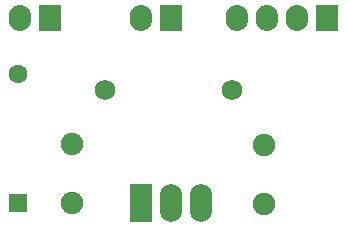
<source format=gbr>
G04*
G04 #@! TF.GenerationSoftware,Altium Limited,Altium Designer,25.1.2 (22)*
G04*
G04 Layer_Color=16711935*
%FSLAX24Y24*%
%MOIN*%
G70*
G04*
G04 #@! TF.SameCoordinates,545F9C5F-1BCE-4890-BA7A-5F1D09497C19*
G04*
G04*
G04 #@! TF.FilePolarity,Negative*
G04*
G01*
G75*
%ADD13C,0.0749*%
%ADD14O,0.0749X0.0867*%
%ADD15R,0.0749X0.0867*%
%ADD16R,0.0749X0.1261*%
%ADD17O,0.0749X0.1261*%
%ADD18C,0.0630*%
%ADD19R,0.0630X0.0630*%
%ADD20C,0.0680*%
D13*
X27700Y41684D02*
D03*
Y39716D02*
D03*
X21281Y39759D02*
D03*
Y41728D02*
D03*
D14*
X23600Y45900D02*
D03*
X27800Y45906D02*
D03*
X28800D02*
D03*
X26800D02*
D03*
X19538Y45900D02*
D03*
D15*
X24600D02*
D03*
X29800Y45906D02*
D03*
X20538Y45900D02*
D03*
D16*
X23575Y39759D02*
D03*
D17*
X24575D02*
D03*
X25575D02*
D03*
D18*
X19500Y44041D02*
D03*
D19*
Y39759D02*
D03*
D20*
X22374Y43500D02*
D03*
X26626D02*
D03*
M02*

</source>
